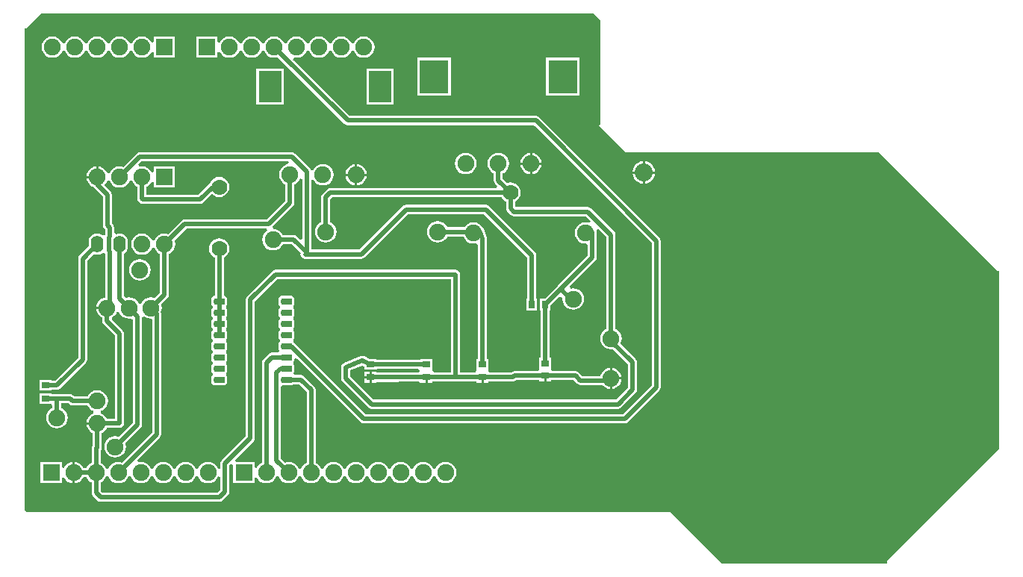
<source format=gbl>
G04 Layer_Physical_Order=2*
G04 Layer_Color=16711680*
%FSLAX25Y25*%
%MOIN*%
G70*
G01*
G75*
%ADD10C,0.02000*%
%ADD11C,0.07500*%
%ADD12C,0.07512*%
%ADD13C,0.08000*%
%ADD14C,0.07000*%
%ADD15R,0.13030X0.15000*%
%ADD16R,0.13080X0.15000*%
%ADD17R,0.10012X0.14000*%
%ADD18R,0.10068X0.14011*%
%ADD19O,0.05512X0.07512*%
%ADD20R,0.07512X0.07512*%
%ADD21R,0.07512X0.07512*%
%ADD22C,0.07000*%
G04:AMPARAMS|DCode=23|XSize=29.92mil|YSize=50mil|CornerRadius=7.48mil|HoleSize=0mil|Usage=FLASHONLY|Rotation=90.000|XOffset=0mil|YOffset=0mil|HoleType=Round|Shape=RoundedRectangle|*
%AMROUNDEDRECTD23*
21,1,0.02992,0.03504,0,0,90.0*
21,1,0.01496,0.05000,0,0,90.0*
1,1,0.01496,0.01752,0.00748*
1,1,0.01496,0.01752,-0.00748*
1,1,0.01496,-0.01752,-0.00748*
1,1,0.01496,-0.01752,0.00748*
%
%ADD23ROUNDEDRECTD23*%
%ADD24R,0.03543X0.03150*%
%ADD25R,0.03543X0.02756*%
%ADD26R,0.02756X0.03543*%
G36*
X478500Y393000D02*
Y392500D01*
Y346500D01*
X478000Y346000D01*
X489500Y334500D01*
Y334000D01*
X603000D01*
X656000Y281000D01*
X656500D01*
Y201500D01*
X656000Y201000D01*
X606500Y151500D01*
Y150500D01*
X533000D01*
X510000Y173500D01*
X222500D01*
X221500Y174500D01*
Y389500D01*
X222500D01*
X229000Y396000D01*
X475500D01*
X478500Y393000D01*
D02*
G37*
%LPC*%
G36*
X253500Y327731D02*
X252759Y327634D01*
X251602Y327154D01*
X250608Y326392D01*
X249846Y325398D01*
X249366Y324241D01*
X249269Y323500D01*
X253500D01*
Y327731D01*
D02*
G37*
G36*
X502977Y324500D02*
X498500D01*
Y320023D01*
X499305Y320129D01*
X500522Y320633D01*
X501566Y321434D01*
X502367Y322478D01*
X502871Y323695D01*
X502977Y324500D01*
D02*
G37*
G36*
X418500Y333797D02*
X417259Y333633D01*
X416102Y333154D01*
X415108Y332392D01*
X414346Y331399D01*
X413867Y330241D01*
X413703Y329000D01*
X413867Y327759D01*
X414346Y326602D01*
X415108Y325608D01*
X416102Y324846D01*
X417259Y324366D01*
X418500Y324203D01*
X419741Y324366D01*
X420898Y324846D01*
X421892Y325608D01*
X422654Y326602D01*
X423134Y327759D01*
X423297Y329000D01*
X423134Y330241D01*
X422654Y331399D01*
X421892Y332392D01*
X420898Y333154D01*
X419741Y333633D01*
X418500Y333797D01*
D02*
G37*
G36*
X452365Y328500D02*
X448134D01*
Y324269D01*
X448875Y324366D01*
X450032Y324846D01*
X451026Y325608D01*
X451788Y326602D01*
X452267Y327759D01*
X452365Y328500D01*
D02*
G37*
G36*
X447134D02*
X442903D01*
X443000Y327759D01*
X443479Y326602D01*
X444242Y325608D01*
X445235Y324846D01*
X446392Y324366D01*
X447134Y324269D01*
Y328500D01*
D02*
G37*
G36*
X308500Y295539D02*
X307325Y295384D01*
X306231Y294931D01*
X305291Y294209D01*
X304569Y293269D01*
X304116Y292175D01*
X303961Y291000D01*
X304116Y289825D01*
X304569Y288731D01*
X305291Y287791D01*
X306231Y287069D01*
X306461Y286974D01*
Y269973D01*
X306066Y269895D01*
X305488Y269508D01*
X305101Y268930D01*
X304966Y268248D01*
Y266752D01*
X305101Y266070D01*
X305488Y265492D01*
Y264508D01*
X305101Y263930D01*
X304966Y263248D01*
Y261752D01*
X305101Y261070D01*
X305488Y260492D01*
Y259508D01*
X305101Y258930D01*
X304966Y258248D01*
Y256752D01*
X305101Y256070D01*
X305488Y255492D01*
Y254508D01*
X305101Y253930D01*
X304966Y253248D01*
Y251752D01*
X305101Y251070D01*
X305488Y250492D01*
Y249508D01*
X305101Y248930D01*
X304966Y248248D01*
Y246752D01*
X305101Y246070D01*
X305488Y245492D01*
Y244508D01*
X305101Y243930D01*
X304966Y243248D01*
Y241752D01*
X305101Y241070D01*
X305488Y240492D01*
Y239508D01*
X305101Y238930D01*
X304966Y238248D01*
Y236752D01*
X305101Y236070D01*
X305488Y235492D01*
Y234508D01*
X305101Y233930D01*
X304966Y233248D01*
Y231752D01*
X305101Y231070D01*
X305488Y230492D01*
X306066Y230105D01*
X306748Y229970D01*
X310252D01*
X310934Y230105D01*
X311512Y230492D01*
X311899Y231070D01*
X312034Y231752D01*
Y233248D01*
X311899Y233930D01*
X311512Y234508D01*
Y235492D01*
X311899Y236070D01*
X312034Y236752D01*
Y238248D01*
X311899Y238930D01*
X311512Y239508D01*
Y240492D01*
X311899Y241070D01*
X312034Y241752D01*
Y243248D01*
X311899Y243930D01*
X311512Y244508D01*
Y245492D01*
X311899Y246070D01*
X312034Y246752D01*
Y248248D01*
X311899Y248930D01*
X311512Y249508D01*
Y250492D01*
X311899Y251070D01*
X312034Y251752D01*
Y253248D01*
X311899Y253930D01*
X311512Y254508D01*
Y255492D01*
X311899Y256070D01*
X312034Y256752D01*
Y258248D01*
X311899Y258930D01*
X311512Y259508D01*
Y260492D01*
X311899Y261070D01*
X312034Y261752D01*
Y263248D01*
X311899Y263930D01*
X311512Y264508D01*
Y265492D01*
X311899Y266070D01*
X312034Y266752D01*
Y268248D01*
X311899Y268930D01*
X311512Y269508D01*
X310934Y269895D01*
X310539Y269973D01*
Y286974D01*
X310769Y287069D01*
X311709Y287791D01*
X312431Y288731D01*
X312884Y289825D01*
X313039Y291000D01*
X312884Y292175D01*
X312431Y293269D01*
X311709Y294209D01*
X310769Y294931D01*
X309675Y295384D01*
X308500Y295539D01*
D02*
G37*
G36*
X238256Y195756D02*
X228744D01*
Y186244D01*
X238256D01*
Y188619D01*
X239256Y188818D01*
X239346Y188602D01*
X240108Y187608D01*
X241102Y186846D01*
X242259Y186366D01*
X243000Y186269D01*
Y191000D01*
Y195731D01*
X242259Y195633D01*
X241102Y195154D01*
X240108Y194392D01*
X239346Y193398D01*
X239256Y193182D01*
X238256Y193380D01*
Y195756D01*
D02*
G37*
G36*
X369028Y323500D02*
X364796D01*
X364894Y322759D01*
X365373Y321602D01*
X366136Y320608D01*
X367129Y319846D01*
X368286Y319367D01*
X369028Y319269D01*
Y323500D01*
D02*
G37*
G36*
X497500Y324500D02*
X493023D01*
X493129Y323695D01*
X493633Y322478D01*
X494434Y321434D01*
X495478Y320633D01*
X496695Y320129D01*
X497500Y320023D01*
Y324500D01*
D02*
G37*
G36*
X374259Y323500D02*
X370028D01*
Y319269D01*
X370769Y319367D01*
X371926Y319846D01*
X372920Y320608D01*
X373682Y321602D01*
X374161Y322759D01*
X374259Y323500D01*
D02*
G37*
G36*
X369028Y328731D02*
X368286Y328633D01*
X367129Y328154D01*
X366136Y327392D01*
X365373Y326398D01*
X364894Y325241D01*
X364796Y324500D01*
X369028D01*
Y328731D01*
D02*
G37*
G36*
X411842Y376280D02*
X396812D01*
Y359280D01*
X411842D01*
Y376280D01*
D02*
G37*
G36*
X386360Y371370D02*
X374348D01*
Y355370D01*
X386360D01*
Y371370D01*
D02*
G37*
G36*
X469347Y376280D02*
X454267D01*
Y359280D01*
X469347D01*
Y376280D01*
D02*
G37*
G36*
X274000Y385797D02*
X272759Y385633D01*
X271602Y385154D01*
X270608Y384392D01*
X269846Y383399D01*
X269541Y382663D01*
X268459D01*
X268154Y383399D01*
X267392Y384392D01*
X266399Y385154D01*
X265242Y385633D01*
X264000Y385797D01*
X262758Y385633D01*
X261601Y385154D01*
X260608Y384392D01*
X259846Y383399D01*
X259541Y382663D01*
X258459D01*
X258154Y383399D01*
X257392Y384392D01*
X256399Y385154D01*
X255241Y385633D01*
X254000Y385797D01*
X252759Y385633D01*
X251602Y385154D01*
X250608Y384392D01*
X249846Y383399D01*
X249541Y382663D01*
X248459D01*
X248154Y383399D01*
X247392Y384392D01*
X246398Y385154D01*
X245241Y385633D01*
X244000Y385797D01*
X242758Y385633D01*
X241601Y385154D01*
X240608Y384392D01*
X239846Y383399D01*
X239541Y382663D01*
X238459D01*
X238154Y383399D01*
X237392Y384392D01*
X236399Y385154D01*
X235242Y385633D01*
X234000Y385797D01*
X232758Y385633D01*
X231602Y385154D01*
X230608Y384392D01*
X229846Y383399D01*
X229366Y382242D01*
X229203Y381000D01*
X229366Y379759D01*
X229846Y378602D01*
X230608Y377608D01*
X231602Y376846D01*
X232758Y376366D01*
X234000Y376203D01*
X235242Y376366D01*
X236399Y376846D01*
X237392Y377608D01*
X238154Y378602D01*
X238459Y379337D01*
X239541D01*
X239846Y378602D01*
X240608Y377608D01*
X241601Y376846D01*
X242758Y376366D01*
X244000Y376203D01*
X245241Y376366D01*
X246398Y376846D01*
X247392Y377608D01*
X248154Y378602D01*
X248459Y379337D01*
X249541D01*
X249846Y378602D01*
X250608Y377608D01*
X251602Y376846D01*
X252759Y376366D01*
X254000Y376203D01*
X255241Y376366D01*
X256399Y376846D01*
X257392Y377608D01*
X258154Y378602D01*
X258459Y379337D01*
X259541D01*
X259846Y378602D01*
X260608Y377608D01*
X261601Y376846D01*
X262758Y376366D01*
X264000Y376203D01*
X265242Y376366D01*
X266399Y376846D01*
X267392Y377608D01*
X268154Y378602D01*
X268459Y379337D01*
X269541D01*
X269846Y378602D01*
X270608Y377608D01*
X271602Y376846D01*
X272759Y376366D01*
X274000Y376203D01*
X275241Y376366D01*
X276398Y376846D01*
X277392Y377608D01*
X278154Y378602D01*
X278244Y378818D01*
X279244Y378620D01*
Y376244D01*
X288756D01*
Y385756D01*
X279244D01*
Y383381D01*
X278244Y383182D01*
X278154Y383399D01*
X277392Y384392D01*
X276398Y385154D01*
X275241Y385633D01*
X274000Y385797D01*
D02*
G37*
G36*
X373000D02*
X371759Y385633D01*
X370602Y385154D01*
X369608Y384392D01*
X368846Y383399D01*
X368541Y382663D01*
X367459D01*
X367154Y383399D01*
X366392Y384392D01*
X365399Y385154D01*
X364242Y385633D01*
X363000Y385797D01*
X361758Y385633D01*
X360601Y385154D01*
X359608Y384392D01*
X358846Y383399D01*
X358541Y382663D01*
X357459D01*
X357154Y383399D01*
X356392Y384392D01*
X355399Y385154D01*
X354241Y385633D01*
X353000Y385797D01*
X351759Y385633D01*
X350602Y385154D01*
X349608Y384392D01*
X348846Y383399D01*
X348541Y382663D01*
X347459D01*
X347154Y383399D01*
X346392Y384392D01*
X345398Y385154D01*
X344241Y385633D01*
X343000Y385797D01*
X341758Y385633D01*
X340601Y385154D01*
X339608Y384392D01*
X338846Y383399D01*
X338541Y382663D01*
X337459D01*
X337154Y383399D01*
X336392Y384392D01*
X335399Y385154D01*
X334242Y385633D01*
X333000Y385797D01*
X331758Y385633D01*
X330602Y385154D01*
X329608Y384392D01*
X328846Y383399D01*
X328541Y382663D01*
X327459D01*
X327154Y383399D01*
X326392Y384392D01*
X325398Y385154D01*
X324241Y385633D01*
X323000Y385797D01*
X321759Y385633D01*
X320602Y385154D01*
X319608Y384392D01*
X318846Y383399D01*
X318541Y382663D01*
X317459D01*
X317154Y383399D01*
X316392Y384392D01*
X315399Y385154D01*
X314242Y385633D01*
X313000Y385797D01*
X311758Y385633D01*
X310601Y385154D01*
X309608Y384392D01*
X308846Y383399D01*
X308756Y383182D01*
X307756Y383381D01*
Y385756D01*
X298244D01*
Y376244D01*
X307756D01*
Y378620D01*
X308756Y378818D01*
X308846Y378602D01*
X309608Y377608D01*
X310601Y376846D01*
X311758Y376366D01*
X313000Y376203D01*
X314242Y376366D01*
X315399Y376846D01*
X316392Y377608D01*
X317154Y378602D01*
X317459Y379337D01*
X318541D01*
X318846Y378602D01*
X319608Y377608D01*
X320602Y376846D01*
X321759Y376366D01*
X323000Y376203D01*
X324241Y376366D01*
X325398Y376846D01*
X326392Y377608D01*
X327154Y378602D01*
X327459Y379337D01*
X328541D01*
X328846Y378602D01*
X329608Y377608D01*
X330602Y376846D01*
X331758Y376366D01*
X333000Y376203D01*
X334242Y376366D01*
X334601Y376515D01*
X364358Y346758D01*
X364358Y346758D01*
X365020Y346316D01*
X365800Y346161D01*
X448955D01*
X501461Y293655D01*
Y229845D01*
X488655Y217039D01*
X373845D01*
X341942Y248942D01*
X341849Y249004D01*
X341614Y249357D01*
X341512Y249932D01*
Y250492D01*
X341899Y251070D01*
X342034Y251752D01*
Y253248D01*
X341899Y253930D01*
X341512Y254508D01*
Y255492D01*
X341899Y256070D01*
X342034Y256752D01*
Y258248D01*
X341899Y258930D01*
X341512Y259508D01*
Y260492D01*
X341899Y261070D01*
X342034Y261752D01*
Y263248D01*
X341899Y263930D01*
X341512Y264508D01*
Y265492D01*
X341899Y266070D01*
X342034Y266752D01*
Y268248D01*
X341899Y268930D01*
X341512Y269508D01*
X340934Y269895D01*
X340252Y270030D01*
X336748D01*
X336066Y269895D01*
X335488Y269508D01*
X335101Y268930D01*
X334966Y268248D01*
Y266752D01*
X335101Y266070D01*
X335488Y265492D01*
Y264508D01*
X335101Y263930D01*
X334966Y263248D01*
Y261752D01*
X335101Y261070D01*
X335488Y260492D01*
Y259508D01*
X335101Y258930D01*
X334966Y258248D01*
Y256752D01*
X335101Y256070D01*
X335488Y255492D01*
Y254508D01*
X335101Y253930D01*
X334966Y253248D01*
Y251752D01*
X335101Y251070D01*
X335488Y250492D01*
Y249508D01*
X335101Y248930D01*
X334966Y248248D01*
Y246752D01*
X335101Y246070D01*
X335386Y245643D01*
X335428Y245409D01*
X335066Y244539D01*
X332000D01*
X331220Y244384D01*
X330558Y243942D01*
X328058Y241442D01*
X327616Y240780D01*
X327461Y240000D01*
Y195303D01*
X327101Y195154D01*
X326108Y194392D01*
X325346Y193398D01*
X325256Y193182D01*
X324256Y193380D01*
Y195756D01*
X316054D01*
X315640Y196756D01*
X323842Y204958D01*
X323842Y204958D01*
X324284Y205620D01*
X324439Y206400D01*
Y267355D01*
X334545Y277461D01*
X411961D01*
Y235767D01*
X404365Y235729D01*
X403821Y236269D01*
X403772Y236726D01*
X403772Y237319D01*
Y241831D01*
X398228D01*
Y241295D01*
X388809D01*
X378772Y241450D01*
Y241831D01*
X375645D01*
X373209Y242890D01*
X372432Y243059D01*
X371649Y242917D01*
X364253Y240003D01*
X364237Y239994D01*
X364220Y239990D01*
X363903Y239779D01*
X363583Y239573D01*
X363573Y239558D01*
X363558Y239548D01*
X363347Y239232D01*
X363130Y238919D01*
X363126Y238901D01*
X363116Y238886D01*
X363042Y238513D01*
X362961Y238142D01*
X362964Y238124D01*
X362961Y238106D01*
Y233000D01*
X363116Y232220D01*
X363558Y231558D01*
X375058Y220058D01*
X375720Y219616D01*
X376500Y219461D01*
X376500Y219461D01*
X486500D01*
X487280Y219616D01*
X487942Y220058D01*
X494442Y226558D01*
X494884Y227220D01*
X495039Y228000D01*
Y240197D01*
X494884Y240977D01*
X494442Y241639D01*
X487546Y248535D01*
X487988Y249601D01*
X488151Y250843D01*
X487988Y252084D01*
X487509Y253241D01*
X486746Y254235D01*
X485753Y254997D01*
X485394Y255146D01*
Y297146D01*
X485238Y297926D01*
X484796Y298587D01*
X474442Y308942D01*
X473780Y309384D01*
X473000Y309539D01*
X440845D01*
X440539Y309845D01*
Y311974D01*
X440769Y312069D01*
X441709Y312791D01*
X442431Y313731D01*
X442884Y314825D01*
X443039Y316000D01*
X442884Y317175D01*
X442431Y318269D01*
X441709Y319209D01*
X440769Y319931D01*
X439675Y320384D01*
X438500Y320539D01*
X437325Y320384D01*
X437095Y320289D01*
X435106Y322278D01*
Y324697D01*
X435465Y324846D01*
X436459Y325608D01*
X437221Y326602D01*
X437701Y327759D01*
X437864Y329000D01*
X437701Y330241D01*
X437221Y331399D01*
X436459Y332392D01*
X435465Y333154D01*
X434308Y333633D01*
X433067Y333797D01*
X431825Y333633D01*
X430668Y333154D01*
X429675Y332392D01*
X428913Y331399D01*
X428434Y330241D01*
X428270Y329000D01*
X428434Y327759D01*
X428913Y326602D01*
X429675Y325608D01*
X430668Y324846D01*
X431028Y324697D01*
Y321433D01*
X431183Y320653D01*
X431625Y319991D01*
X432653Y318963D01*
X432270Y318039D01*
X358000D01*
X357220Y317884D01*
X356558Y317442D01*
X354558Y315442D01*
X354116Y314780D01*
X353961Y314000D01*
Y302803D01*
X353602Y302654D01*
X352608Y301892D01*
X351846Y300899D01*
X351366Y299742D01*
X351203Y298500D01*
X351366Y297258D01*
X351846Y296101D01*
X352608Y295108D01*
X353602Y294346D01*
X354759Y293866D01*
X356000Y293703D01*
X357242Y293866D01*
X358399Y294346D01*
X359392Y295108D01*
X360154Y296101D01*
X360633Y297258D01*
X360797Y298500D01*
X360633Y299742D01*
X360154Y300899D01*
X359392Y301892D01*
X358399Y302654D01*
X358039Y302803D01*
Y313155D01*
X358845Y313961D01*
X434474D01*
X434569Y313731D01*
X435291Y312791D01*
X436231Y312069D01*
X436461Y311974D01*
Y309000D01*
X436616Y308220D01*
X437058Y307558D01*
X438558Y306058D01*
X439220Y305616D01*
X440000Y305461D01*
X472155D01*
X474366Y303250D01*
X473800Y302402D01*
X473242Y302634D01*
X472000Y302797D01*
X470758Y302634D01*
X469601Y302154D01*
X468608Y301392D01*
X467846Y300398D01*
X467367Y299241D01*
X467203Y298000D01*
X467367Y296759D01*
X467846Y295602D01*
X468608Y294608D01*
X469601Y293846D01*
X470758Y293367D01*
X472000Y293203D01*
X472209Y293231D01*
X472961Y292571D01*
Y287892D01*
X459511Y274442D01*
X459511Y274442D01*
X453841Y268772D01*
X451575D01*
Y263228D01*
X451914D01*
Y252847D01*
X451961Y252610D01*
Y242331D01*
X451228D01*
Y237819D01*
X451228Y237181D01*
X450982Y236283D01*
X440200D01*
X440200Y236283D01*
X439420Y236128D01*
X438904Y235783D01*
X429018D01*
X428772Y236681D01*
X428772Y237319D01*
Y241831D01*
X428039D01*
Y295500D01*
X427975Y295821D01*
X427935Y296145D01*
X426934Y299145D01*
X426898Y299208D01*
X426884Y299280D01*
X426702Y299552D01*
X426541Y299836D01*
X426483Y299881D01*
X426442Y299942D01*
X426306Y300033D01*
X426154Y300398D01*
X425392Y301392D01*
X424399Y302154D01*
X423242Y302634D01*
X422000Y302797D01*
X420758Y302634D01*
X419601Y302154D01*
X418608Y301392D01*
X417954Y300539D01*
X410303D01*
X410154Y300899D01*
X409392Y301892D01*
X408398Y302654D01*
X407241Y303134D01*
X406000Y303297D01*
X404759Y303134D01*
X403602Y302654D01*
X402608Y301892D01*
X401846Y300899D01*
X401367Y299742D01*
X401203Y298500D01*
X401367Y297258D01*
X401846Y296101D01*
X402608Y295108D01*
X403602Y294346D01*
X404759Y293866D01*
X406000Y293703D01*
X407241Y293866D01*
X408398Y294346D01*
X409392Y295108D01*
X410154Y296101D01*
X410303Y296461D01*
X417490D01*
X417846Y295602D01*
X418608Y294608D01*
X419601Y293846D01*
X420758Y293367D01*
X422000Y293203D01*
X422961Y293330D01*
X423961Y292715D01*
Y241831D01*
X423228D01*
Y237319D01*
X423228Y236681D01*
X422982Y235783D01*
X416039D01*
Y279500D01*
X415884Y280280D01*
X415442Y280942D01*
X414780Y281384D01*
X414000Y281539D01*
X333700D01*
X332920Y281384D01*
X332258Y280942D01*
X320958Y269642D01*
X320516Y268980D01*
X320361Y268200D01*
Y207245D01*
X309558Y196442D01*
X309116Y195780D01*
X308961Y195000D01*
Y192857D01*
X307961Y192658D01*
X307654Y193398D01*
X306892Y194392D01*
X305898Y195154D01*
X304742Y195633D01*
X303500Y195797D01*
X302258Y195633D01*
X301101Y195154D01*
X300108Y194392D01*
X299346Y193398D01*
X299041Y192663D01*
X297959D01*
X297654Y193398D01*
X296892Y194392D01*
X295899Y195154D01*
X294742Y195633D01*
X293500Y195797D01*
X292259Y195633D01*
X291102Y195154D01*
X290108Y194392D01*
X289346Y193398D01*
X289041Y192663D01*
X287959D01*
X287654Y193398D01*
X286892Y194392D01*
X285898Y195154D01*
X284741Y195633D01*
X283500Y195797D01*
X282259Y195633D01*
X281101Y195154D01*
X280108Y194392D01*
X279346Y193398D01*
X279041Y192663D01*
X277959D01*
X277654Y193398D01*
X276892Y194392D01*
X275899Y195154D01*
X274742Y195633D01*
X273500Y195797D01*
X272458Y195660D01*
X272079Y196157D01*
X271941Y196557D01*
X281942Y206558D01*
X282384Y207220D01*
X282539Y208000D01*
Y262000D01*
X282401Y262696D01*
X282633Y263259D01*
X282797Y264500D01*
X282633Y265741D01*
X282485Y266101D01*
X285442Y269058D01*
X285884Y269720D01*
X286039Y270500D01*
Y288697D01*
X286399Y288846D01*
X287392Y289608D01*
X288154Y290601D01*
X288633Y291758D01*
X288797Y293000D01*
X288633Y294241D01*
X288485Y294601D01*
X293845Y299961D01*
X329564D01*
X329859Y298961D01*
X329112Y298388D01*
X328351Y297395D01*
X327872Y296240D01*
X327709Y295000D01*
X327872Y293760D01*
X328351Y292604D01*
X329112Y291612D01*
X330104Y290851D01*
X331260Y290372D01*
X332500Y290209D01*
X333740Y290372D01*
X334895Y290851D01*
X335888Y291612D01*
X336649Y292604D01*
X336797Y292961D01*
X340855D01*
X344853Y288963D01*
X344761Y288500D01*
X344916Y287720D01*
X345358Y287058D01*
X346020Y286616D01*
X346800Y286461D01*
X371800D01*
X372580Y286616D01*
X373242Y287058D01*
X392645Y306461D01*
X426655D01*
X446008Y287108D01*
Y268772D01*
X445669D01*
Y263228D01*
X450425D01*
Y268772D01*
X450086D01*
Y287953D01*
X449931Y288733D01*
X449489Y289395D01*
X428942Y309942D01*
X428280Y310384D01*
X427500Y310539D01*
X391800D01*
X391020Y310384D01*
X390358Y309942D01*
X370955Y290539D01*
X349539D01*
Y321572D01*
X350539Y321771D01*
X350609Y321602D01*
X351372Y320608D01*
X352365Y319846D01*
X353522Y319367D01*
X354764Y319203D01*
X356005Y319367D01*
X357162Y319846D01*
X358156Y320608D01*
X358918Y321602D01*
X359397Y322759D01*
X359561Y324000D01*
X359397Y325241D01*
X358918Y326398D01*
X358156Y327392D01*
X357162Y328154D01*
X356005Y328633D01*
X354764Y328797D01*
X353522Y328633D01*
X352365Y328154D01*
X351372Y327392D01*
X350609Y326398D01*
X350454Y326024D01*
X349414Y326127D01*
X349384Y326280D01*
X348942Y326942D01*
X342442Y333442D01*
X341780Y333884D01*
X341000Y334039D01*
X273000D01*
X272220Y333884D01*
X271558Y333442D01*
X265601Y327485D01*
X265242Y327634D01*
X264000Y327797D01*
X262758Y327634D01*
X261601Y327154D01*
X260608Y326392D01*
X259846Y325398D01*
X259541Y324663D01*
X258459D01*
X258154Y325398D01*
X257392Y326392D01*
X256399Y327154D01*
X255241Y327634D01*
X254500Y327731D01*
Y323000D01*
X254000D01*
Y322500D01*
X249269D01*
X249366Y321759D01*
X249846Y320602D01*
X250608Y319608D01*
X251602Y318846D01*
X252289Y318561D01*
X252558Y318158D01*
X256461Y314255D01*
Y301500D01*
X256616Y300720D01*
X257058Y300058D01*
X257461Y299655D01*
Y297294D01*
X257172Y297067D01*
X256632Y296870D01*
X256373Y296913D01*
X255894Y297281D01*
X254980Y297659D01*
X254000Y297788D01*
X253019Y297659D01*
X252106Y297281D01*
X251321Y296679D01*
X250719Y295894D01*
X250341Y294981D01*
X250212Y294000D01*
Y292095D01*
X246058Y287942D01*
X245616Y287280D01*
X245461Y286500D01*
Y242298D01*
X235155Y231992D01*
X233772D01*
Y232331D01*
X228228D01*
Y227575D01*
X233772D01*
Y227914D01*
X236000D01*
X236780Y228069D01*
X237442Y228511D01*
X248942Y240011D01*
X249384Y240672D01*
X249539Y241453D01*
X249539Y241453D01*
Y285655D01*
X252457Y288574D01*
X253019Y288341D01*
X254000Y288212D01*
X254980Y288341D01*
X255894Y288719D01*
X256373Y289087D01*
X256632Y289129D01*
X257172Y288933D01*
X257461Y288706D01*
Y269184D01*
X257073Y269133D01*
X255917Y268654D01*
X254923Y267892D01*
X254161Y266898D01*
X253681Y265741D01*
X253584Y265000D01*
X258315D01*
Y264000D01*
X253584D01*
X253681Y263259D01*
X254161Y262102D01*
X254923Y261108D01*
X255917Y260346D01*
X256276Y260197D01*
Y258685D01*
X256431Y257905D01*
X256873Y257243D01*
X261961Y252155D01*
Y215039D01*
X258303D01*
X258154Y215399D01*
X257392Y216392D01*
X256399Y217154D01*
X255663Y217459D01*
Y218541D01*
X256399Y218846D01*
X257392Y219608D01*
X258154Y220602D01*
X258633Y221759D01*
X258797Y223000D01*
X258633Y224241D01*
X258154Y225398D01*
X257392Y226392D01*
X256399Y227154D01*
X255241Y227634D01*
X254000Y227797D01*
X252759Y227634D01*
X251602Y227154D01*
X250608Y226392D01*
X249846Y225398D01*
X249697Y225039D01*
X243792D01*
X243342Y225489D01*
X242680Y225931D01*
X241900Y226086D01*
X236500D01*
X236500Y226086D01*
X236500Y226086D01*
X233772D01*
Y226425D01*
X228228D01*
Y221669D01*
X233772D01*
X233961Y220748D01*
Y219797D01*
X233605Y219649D01*
X232612Y218888D01*
X231851Y217896D01*
X231372Y216740D01*
X231209Y215500D01*
X231372Y214260D01*
X231851Y213105D01*
X232612Y212112D01*
X233605Y211351D01*
X234760Y210872D01*
X236000Y210709D01*
X237240Y210872D01*
X238396Y211351D01*
X239388Y212112D01*
X240149Y213105D01*
X240628Y214260D01*
X240791Y215500D01*
X240628Y216740D01*
X240149Y217896D01*
X239388Y218888D01*
X238396Y219649D01*
X238039Y219797D01*
Y222008D01*
X241055D01*
X241505Y221558D01*
X241505Y221558D01*
X242167Y221116D01*
X242947Y220961D01*
X249697D01*
X249846Y220602D01*
X250608Y219608D01*
X251602Y218846D01*
X252337Y218541D01*
Y217459D01*
X251602Y217154D01*
X250608Y216392D01*
X249846Y215399D01*
X249366Y214242D01*
X249269Y213500D01*
X254000D01*
Y212500D01*
X249269D01*
X249366Y211758D01*
X249846Y210601D01*
X250608Y209608D01*
X251602Y208846D01*
X251961Y208697D01*
Y202996D01*
X251616Y202480D01*
X251461Y201700D01*
Y195303D01*
X251101Y195154D01*
X250108Y194392D01*
X249346Y193398D01*
X249197Y193039D01*
X247803D01*
X247654Y193398D01*
X246892Y194392D01*
X245899Y195154D01*
X244742Y195633D01*
X244000Y195731D01*
Y191000D01*
Y186269D01*
X244742Y186366D01*
X245899Y186846D01*
X246892Y187608D01*
X247654Y188602D01*
X247803Y188961D01*
X249197D01*
X249346Y188602D01*
X250108Y187608D01*
X251101Y186846D01*
X251461Y186697D01*
Y182000D01*
X251616Y181220D01*
X252058Y180558D01*
X254058Y178558D01*
X254720Y178116D01*
X255500Y177961D01*
X308500D01*
X309280Y178116D01*
X309942Y178558D01*
X312442Y181058D01*
X312884Y181720D01*
X313039Y182500D01*
Y194155D01*
X313744Y194860D01*
X314744Y194446D01*
Y186244D01*
X324256D01*
Y188619D01*
X325256Y188818D01*
X325346Y188602D01*
X326108Y187608D01*
X327101Y186846D01*
X328258Y186366D01*
X329500Y186203D01*
X330742Y186366D01*
X331898Y186846D01*
X332892Y187608D01*
X333654Y188602D01*
X333959Y189337D01*
X335041D01*
X335346Y188602D01*
X336108Y187608D01*
X337102Y186846D01*
X338259Y186366D01*
X339500Y186203D01*
X340741Y186366D01*
X341898Y186846D01*
X342892Y187608D01*
X343654Y188602D01*
X343959Y189337D01*
X345041D01*
X345346Y188602D01*
X346108Y187608D01*
X347101Y186846D01*
X348258Y186366D01*
X349500Y186203D01*
X350742Y186366D01*
X351899Y186846D01*
X352892Y187608D01*
X353654Y188602D01*
X353959Y189337D01*
X355041D01*
X355346Y188602D01*
X356108Y187608D01*
X357101Y186846D01*
X358259Y186366D01*
X359500Y186203D01*
X360741Y186366D01*
X361898Y186846D01*
X362892Y187608D01*
X363654Y188602D01*
X363959Y189337D01*
X365041D01*
X365346Y188602D01*
X366108Y187608D01*
X367102Y186846D01*
X368259Y186366D01*
X369500Y186203D01*
X370742Y186366D01*
X371899Y186846D01*
X372892Y187608D01*
X373654Y188602D01*
X373959Y189337D01*
X375041D01*
X375346Y188602D01*
X376108Y187608D01*
X377101Y186846D01*
X378258Y186366D01*
X379500Y186203D01*
X380742Y186366D01*
X381898Y186846D01*
X382892Y187608D01*
X383654Y188602D01*
X383959Y189337D01*
X385041D01*
X385346Y188602D01*
X386108Y187608D01*
X387102Y186846D01*
X388259Y186366D01*
X389500Y186203D01*
X390741Y186366D01*
X391898Y186846D01*
X392892Y187608D01*
X393654Y188602D01*
X393959Y189337D01*
X395041D01*
X395346Y188602D01*
X396108Y187608D01*
X397101Y186846D01*
X398258Y186366D01*
X399500Y186203D01*
X400741Y186366D01*
X401898Y186846D01*
X402892Y187608D01*
X403654Y188602D01*
X403959Y189337D01*
X405041D01*
X405346Y188602D01*
X406108Y187608D01*
X407101Y186846D01*
X408258Y186366D01*
X409500Y186203D01*
X410742Y186366D01*
X411899Y186846D01*
X412892Y187608D01*
X413654Y188602D01*
X414134Y189759D01*
X414297Y191000D01*
X414134Y192242D01*
X413654Y193398D01*
X412892Y194392D01*
X411899Y195154D01*
X410742Y195633D01*
X409500Y195797D01*
X408258Y195633D01*
X407101Y195154D01*
X406108Y194392D01*
X405346Y193398D01*
X405041Y192663D01*
X403959D01*
X403654Y193398D01*
X402892Y194392D01*
X401898Y195154D01*
X400741Y195633D01*
X399500Y195797D01*
X398258Y195633D01*
X397101Y195154D01*
X396108Y194392D01*
X395346Y193398D01*
X395041Y192663D01*
X393959D01*
X393654Y193398D01*
X392892Y194392D01*
X391898Y195154D01*
X390741Y195633D01*
X389500Y195797D01*
X388259Y195633D01*
X387102Y195154D01*
X386108Y194392D01*
X385346Y193398D01*
X385041Y192663D01*
X383959D01*
X383654Y193398D01*
X382892Y194392D01*
X381898Y195154D01*
X380742Y195633D01*
X379500Y195797D01*
X378258Y195633D01*
X377101Y195154D01*
X376108Y194392D01*
X375346Y193398D01*
X375041Y192663D01*
X373959D01*
X373654Y193398D01*
X372892Y194392D01*
X371899Y195154D01*
X370742Y195633D01*
X369500Y195797D01*
X368259Y195633D01*
X367102Y195154D01*
X366108Y194392D01*
X365346Y193398D01*
X365041Y192663D01*
X363959D01*
X363654Y193398D01*
X362892Y194392D01*
X361898Y195154D01*
X360741Y195633D01*
X359500Y195797D01*
X358259Y195633D01*
X357101Y195154D01*
X356108Y194392D01*
X355346Y193398D01*
X355041Y192663D01*
X353959D01*
X353654Y193398D01*
X352892Y194392D01*
X351899Y195154D01*
X351539Y195303D01*
Y228000D01*
X351384Y228780D01*
X350942Y229442D01*
X346442Y233942D01*
X345780Y234384D01*
X345000Y234539D01*
X341887D01*
X341599Y235270D01*
X341544Y235539D01*
X341899Y236070D01*
X342034Y236752D01*
Y238248D01*
X341899Y238930D01*
X341512Y239508D01*
Y240492D01*
X341899Y241070D01*
X342020Y241682D01*
X342401Y241927D01*
X342958Y242158D01*
X371558Y213558D01*
X372220Y213116D01*
X373000Y212961D01*
X489500D01*
X490280Y213116D01*
X490942Y213558D01*
X504942Y227558D01*
X505384Y228220D01*
X505539Y229000D01*
Y294500D01*
X505384Y295280D01*
X504942Y295942D01*
X451242Y349642D01*
X450580Y350084D01*
X449800Y350239D01*
X366645D01*
X341441Y375443D01*
X341579Y375843D01*
X341958Y376340D01*
X343000Y376203D01*
X344241Y376366D01*
X345398Y376846D01*
X346392Y377608D01*
X347154Y378602D01*
X347459Y379337D01*
X348541D01*
X348846Y378602D01*
X349608Y377608D01*
X350602Y376846D01*
X351759Y376366D01*
X353000Y376203D01*
X354241Y376366D01*
X355399Y376846D01*
X356392Y377608D01*
X357154Y378602D01*
X357459Y379337D01*
X358541D01*
X358846Y378602D01*
X359608Y377608D01*
X360601Y376846D01*
X361758Y376366D01*
X363000Y376203D01*
X364242Y376366D01*
X365399Y376846D01*
X366392Y377608D01*
X367154Y378602D01*
X367459Y379337D01*
X368541D01*
X368846Y378602D01*
X369608Y377608D01*
X370602Y376846D01*
X371759Y376366D01*
X373000Y376203D01*
X374241Y376366D01*
X375398Y376846D01*
X376392Y377608D01*
X377154Y378602D01*
X377634Y379759D01*
X377797Y381000D01*
X377634Y382242D01*
X377154Y383399D01*
X376392Y384392D01*
X375398Y385154D01*
X374241Y385633D01*
X373000Y385797D01*
D02*
G37*
G36*
X337176Y371375D02*
X325108D01*
Y355364D01*
X337176D01*
Y371375D01*
D02*
G37*
G36*
X498500Y329977D02*
Y325500D01*
X502977D01*
X502871Y326305D01*
X502367Y327522D01*
X501566Y328566D01*
X500522Y329367D01*
X499305Y329871D01*
X498500Y329977D01*
D02*
G37*
G36*
X497500D02*
X496695Y329871D01*
X495478Y329367D01*
X494434Y328566D01*
X493633Y327522D01*
X493129Y326305D01*
X493023Y325500D01*
X497500D01*
Y329977D01*
D02*
G37*
G36*
X370028Y328731D02*
Y324500D01*
X374259D01*
X374161Y325241D01*
X373682Y326398D01*
X372920Y327392D01*
X371926Y328154D01*
X370769Y328633D01*
X370028Y328731D01*
D02*
G37*
G36*
X448134Y333731D02*
Y329500D01*
X452365D01*
X452267Y330241D01*
X451788Y331399D01*
X451026Y332392D01*
X450032Y333154D01*
X448875Y333633D01*
X448134Y333731D01*
D02*
G37*
G36*
X447134D02*
X446392Y333633D01*
X445235Y333154D01*
X444242Y332392D01*
X443479Y331399D01*
X443000Y330241D01*
X442903Y329500D01*
X447134D01*
Y333731D01*
D02*
G37*
%LPD*%
G36*
X264003Y262102D02*
X264766Y261108D01*
X265759Y260346D01*
X266916Y259866D01*
X268157Y259703D01*
X268961Y259809D01*
X269831Y259213D01*
X269961Y259017D01*
Y213345D01*
X263596Y206980D01*
X263240Y207128D01*
X262000Y207291D01*
X260760Y207128D01*
X259605Y206649D01*
X258612Y205888D01*
X257851Y204895D01*
X257372Y203740D01*
X257209Y202500D01*
X257372Y201260D01*
X257851Y200104D01*
X258612Y199112D01*
X259605Y198351D01*
X260760Y197872D01*
X262000Y197709D01*
X263240Y197872D01*
X264395Y198351D01*
X265388Y199112D01*
X266149Y200104D01*
X266628Y201260D01*
X266791Y202500D01*
X266628Y203740D01*
X266480Y204096D01*
X273442Y211058D01*
X273442Y211058D01*
X273884Y211720D01*
X274039Y212500D01*
X274039Y212500D01*
Y260284D01*
X274878Y260781D01*
X275009Y260800D01*
X275602Y260346D01*
X276759Y259866D01*
X278000Y259703D01*
X278461Y259299D01*
Y208845D01*
X265101Y195485D01*
X264741Y195633D01*
X263500Y195797D01*
X262259Y195633D01*
X261102Y195154D01*
X260108Y194392D01*
X259346Y193398D01*
X259041Y192663D01*
X257959D01*
X257654Y193398D01*
X256892Y194392D01*
X255898Y195154D01*
X255539Y195303D01*
Y200904D01*
X255884Y201420D01*
X256039Y202200D01*
X256039Y202200D01*
Y208697D01*
X256399Y208846D01*
X257392Y209608D01*
X258154Y210601D01*
X258303Y210961D01*
X264000D01*
X264780Y211116D01*
X265442Y211558D01*
X265884Y212220D01*
X266039Y213000D01*
Y253000D01*
X265884Y253780D01*
X265442Y254442D01*
X260611Y259273D01*
X260703Y260237D01*
X260743Y260368D01*
X261707Y261108D01*
X262469Y262102D01*
X262695Y262647D01*
X263777D01*
X264003Y262102D01*
D02*
G37*
G36*
X347461Y227155D02*
Y195303D01*
X347101Y195154D01*
X346108Y194392D01*
X345346Y193398D01*
X345041Y192663D01*
X343959D01*
X343654Y193398D01*
X342892Y194392D01*
X341898Y195154D01*
X340741Y195633D01*
X339500Y195797D01*
X338259Y195633D01*
X337899Y195485D01*
X336039Y197345D01*
Y229091D01*
X336748Y229970D01*
X340252D01*
X340934Y230105D01*
X341466Y230461D01*
X344155D01*
X347461Y227155D01*
D02*
G37*
G36*
X345461Y322143D02*
Y295430D01*
X344537Y295047D01*
X343142Y296442D01*
X342480Y296884D01*
X341700Y297039D01*
X336797D01*
X336649Y297395D01*
X335888Y298388D01*
X334895Y299149D01*
X333740Y299628D01*
X332537Y299786D01*
X332468Y299876D01*
X332136Y300752D01*
X341442Y310058D01*
X341884Y310720D01*
X342039Y311500D01*
Y319697D01*
X342399Y319846D01*
X343392Y320608D01*
X344154Y321602D01*
X344461Y322342D01*
X345461Y322143D01*
D02*
G37*
G36*
X339535Y329744D02*
X339097Y328678D01*
X338758Y328633D01*
X337601Y328154D01*
X336608Y327392D01*
X335846Y326398D01*
X335367Y325241D01*
X335203Y324000D01*
X335367Y322759D01*
X335846Y321602D01*
X336608Y320608D01*
X337601Y319846D01*
X337961Y319697D01*
Y312345D01*
X329655Y304039D01*
X293000D01*
X292220Y303884D01*
X291558Y303442D01*
X285601Y297485D01*
X285242Y297634D01*
X284000Y297797D01*
X282758Y297634D01*
X281602Y297154D01*
X280608Y296392D01*
X279846Y295398D01*
X279541Y294663D01*
X278459D01*
X278154Y295398D01*
X277392Y296392D01*
X276398Y297154D01*
X275241Y297634D01*
X274000Y297797D01*
X272759Y297634D01*
X271602Y297154D01*
X270608Y296392D01*
X269846Y295398D01*
X269367Y294241D01*
X269203Y293000D01*
X269367Y291758D01*
X269846Y290601D01*
X270608Y289608D01*
X271602Y288846D01*
X272759Y288367D01*
X274000Y288203D01*
X275241Y288367D01*
X276398Y288846D01*
X277392Y289608D01*
X278154Y290601D01*
X278459Y291337D01*
X279541D01*
X279846Y290601D01*
X280608Y289608D01*
X281602Y288846D01*
X281961Y288697D01*
Y271345D01*
X279601Y268985D01*
X279241Y269133D01*
X278000Y269297D01*
X276759Y269133D01*
X275602Y268654D01*
X274608Y267892D01*
X273846Y266898D01*
X273620Y266353D01*
X272537D01*
X272312Y266898D01*
X271549Y267892D01*
X270556Y268654D01*
X269399Y269133D01*
X268157Y269297D01*
X266916Y269133D01*
X266880Y269119D01*
X266039Y269774D01*
Y288830D01*
X266679Y289321D01*
X267281Y290106D01*
X267659Y291020D01*
X267788Y292000D01*
Y294000D01*
X267659Y294981D01*
X267281Y295894D01*
X266679Y296679D01*
X265894Y297281D01*
X264981Y297659D01*
X264000Y297788D01*
X263019Y297659D01*
X262539Y297460D01*
X261539Y298021D01*
Y300500D01*
X261384Y301280D01*
X260942Y301942D01*
X260539Y302345D01*
Y315100D01*
X260384Y315880D01*
X259942Y316542D01*
X257360Y319124D01*
X257392Y319608D01*
X258154Y320602D01*
X258459Y321337D01*
X259541D01*
X259846Y320602D01*
X260608Y319608D01*
X261601Y318846D01*
X262758Y318367D01*
X264000Y318203D01*
X265242Y318367D01*
X266399Y318846D01*
X267392Y319608D01*
X268154Y320602D01*
X268459Y321337D01*
X269541D01*
X269846Y320602D01*
X270608Y319608D01*
X271602Y318846D01*
X271961Y318697D01*
Y313500D01*
X272116Y312720D01*
X272558Y312058D01*
X273058Y311558D01*
X273720Y311116D01*
X274500Y310961D01*
X274500Y310961D01*
X300000D01*
X300780Y311116D01*
X301442Y311558D01*
X305182Y315298D01*
X305291Y315291D01*
X306231Y314569D01*
X307325Y314116D01*
X308500Y313961D01*
X309675Y314116D01*
X310769Y314569D01*
X311709Y315291D01*
X312431Y316231D01*
X312884Y317325D01*
X313039Y318500D01*
X312884Y319675D01*
X312431Y320769D01*
X311709Y321709D01*
X310769Y322431D01*
X309675Y322884D01*
X308500Y323039D01*
X307325Y322884D01*
X306231Y322431D01*
X305291Y321709D01*
X304569Y320769D01*
X304291Y320097D01*
X304058Y319942D01*
X304058Y319942D01*
X299155Y315039D01*
X276039D01*
Y318697D01*
X276398Y318846D01*
X277392Y319608D01*
X278154Y320602D01*
X278244Y320818D01*
X279244Y320620D01*
Y318244D01*
X288756D01*
Y327756D01*
X279244D01*
Y325380D01*
X278244Y325182D01*
X278154Y325398D01*
X277392Y326392D01*
X276398Y327154D01*
X275241Y327634D01*
X274000Y327797D01*
X272958Y327660D01*
X272579Y328157D01*
X272441Y328557D01*
X273845Y329961D01*
X339366D01*
X339535Y329744D01*
D02*
G37*
G36*
X308961Y189143D02*
Y183345D01*
X307655Y182039D01*
X256345D01*
X255539Y182845D01*
Y186697D01*
X255898Y186846D01*
X256892Y187608D01*
X257654Y188602D01*
X257959Y189337D01*
X259041D01*
X259346Y188602D01*
X260108Y187608D01*
X261102Y186846D01*
X262259Y186366D01*
X263500Y186203D01*
X264741Y186366D01*
X265898Y186846D01*
X266892Y187608D01*
X267654Y188602D01*
X267959Y189337D01*
X269041D01*
X269346Y188602D01*
X270108Y187608D01*
X271101Y186846D01*
X272258Y186366D01*
X273500Y186203D01*
X274742Y186366D01*
X275899Y186846D01*
X276892Y187608D01*
X277654Y188602D01*
X277959Y189337D01*
X279041D01*
X279346Y188602D01*
X280108Y187608D01*
X281101Y186846D01*
X282259Y186366D01*
X283500Y186203D01*
X284741Y186366D01*
X285898Y186846D01*
X286892Y187608D01*
X287654Y188602D01*
X287959Y189337D01*
X289041D01*
X289346Y188602D01*
X290108Y187608D01*
X291102Y186846D01*
X292259Y186366D01*
X293500Y186203D01*
X294742Y186366D01*
X295899Y186846D01*
X296892Y187608D01*
X297654Y188602D01*
X297959Y189337D01*
X299041D01*
X299346Y188602D01*
X300108Y187608D01*
X301101Y186846D01*
X302258Y186366D01*
X303500Y186203D01*
X304742Y186366D01*
X305898Y186846D01*
X306892Y187608D01*
X307654Y188602D01*
X307961Y189342D01*
X308961Y189143D01*
D02*
G37*
G36*
X481315Y296301D02*
Y255146D01*
X480956Y254997D01*
X479962Y254235D01*
X479200Y253241D01*
X478721Y252084D01*
X478557Y250843D01*
X478721Y249601D01*
X479200Y248444D01*
X479962Y247451D01*
X480956Y246688D01*
X482113Y246209D01*
X483354Y246046D01*
X484161Y246152D01*
X490961Y239352D01*
Y228845D01*
X485655Y223539D01*
X377345D01*
X367039Y233845D01*
Y236718D01*
X372358Y238813D01*
X373228Y238434D01*
Y237075D01*
X378772D01*
Y237075D01*
X379067Y237366D01*
X388762Y237217D01*
X388778Y237220D01*
X388794Y237217D01*
X397400D01*
X397814Y236500D01*
X397400Y235783D01*
X388597D01*
X388597Y235783D01*
X387907Y235646D01*
X379097Y235602D01*
X378772Y235925D01*
Y235925D01*
X376500D01*
Y233547D01*
Y231169D01*
X378772D01*
Y231508D01*
X388400D01*
X388721Y231572D01*
X397778Y231617D01*
X398228Y231169D01*
Y231169D01*
X400500D01*
Y233744D01*
X401500D01*
Y231169D01*
X403772D01*
Y231647D01*
X414013Y231699D01*
X415251Y231705D01*
X423228D01*
Y231169D01*
X425500D01*
Y233744D01*
X426500D01*
Y231169D01*
X428772D01*
Y231705D01*
X439700D01*
X440480Y231860D01*
X440996Y232205D01*
X451228D01*
Y231669D01*
X453500D01*
Y234244D01*
X454500D01*
Y231669D01*
X456772D01*
Y232205D01*
X466755D01*
X468276Y230684D01*
X468938Y230242D01*
X469718Y230087D01*
X479692D01*
X479962Y229734D01*
X480956Y228972D01*
X482113Y228492D01*
X482854Y228395D01*
Y233126D01*
Y237857D01*
X482113Y237759D01*
X480956Y237280D01*
X479962Y236518D01*
X479200Y235525D01*
X478721Y234367D01*
X478694Y234165D01*
X470563D01*
X469042Y235686D01*
X468380Y236128D01*
X467600Y236283D01*
X457018D01*
X456772Y237181D01*
X456772Y237819D01*
Y242331D01*
X456039D01*
Y252800D01*
X455992Y253037D01*
Y263228D01*
X456331D01*
Y265494D01*
X460095Y269258D01*
X461294Y269232D01*
X461740Y268735D01*
X461709Y268500D01*
X461872Y267260D01*
X462351Y266105D01*
X463112Y265112D01*
X464105Y264351D01*
X465260Y263872D01*
X466500Y263709D01*
X467740Y263872D01*
X468895Y264351D01*
X469888Y265112D01*
X470649Y266105D01*
X471128Y267260D01*
X471291Y268500D01*
X471128Y269740D01*
X470649Y270896D01*
X469888Y271888D01*
X468895Y272649D01*
X467740Y273128D01*
X466500Y273291D01*
X465397Y273146D01*
X465141Y273423D01*
X464888Y274052D01*
X476442Y285605D01*
X476884Y286267D01*
X477039Y287047D01*
Y298500D01*
X476884Y299280D01*
X476808Y299394D01*
X477585Y300031D01*
X481315Y296301D01*
D02*
G37*
%LPC*%
G36*
X375500Y235925D02*
X373228D01*
Y234047D01*
X375500D01*
Y235925D01*
D02*
G37*
G36*
X273000Y286291D02*
X271760Y286128D01*
X270604Y285649D01*
X269612Y284888D01*
X268851Y283895D01*
X268372Y282740D01*
X268209Y281500D01*
X268372Y280260D01*
X268851Y279104D01*
X269612Y278112D01*
X270604Y277351D01*
X271760Y276872D01*
X273000Y276709D01*
X274240Y276872D01*
X275395Y277351D01*
X276388Y278112D01*
X277149Y279104D01*
X277628Y280260D01*
X277791Y281500D01*
X277628Y282740D01*
X277149Y283895D01*
X276388Y284888D01*
X275395Y285649D01*
X274240Y286128D01*
X273000Y286291D01*
D02*
G37*
G36*
X483854Y237857D02*
Y233626D01*
X488086D01*
X487988Y234367D01*
X487509Y235525D01*
X486746Y236518D01*
X485753Y237280D01*
X484596Y237759D01*
X483854Y237857D01*
D02*
G37*
G36*
X488086Y232626D02*
X483854D01*
Y228395D01*
X484596Y228492D01*
X485753Y228972D01*
X486746Y229734D01*
X487509Y230728D01*
X487988Y231885D01*
X488086Y232626D01*
D02*
G37*
G36*
X375500Y233047D02*
X373228D01*
Y231169D01*
X375500D01*
Y233047D01*
D02*
G37*
%LPD*%
D10*
X460953Y273000D02*
X475000Y287047D01*
X453953Y266000D02*
X460953Y273000D01*
X465453Y268500D01*
X466500D01*
X268157Y264500D02*
X272000Y260657D01*
Y212500D02*
Y260657D01*
X262000Y202500D02*
X272000Y212500D01*
X236500Y224047D02*
X241900D01*
X231000D02*
X236500D01*
X236000Y223547D02*
X236500Y224047D01*
X236000Y215500D02*
Y223547D01*
X334000Y235600D02*
X335900Y237500D01*
X334000Y196500D02*
Y235600D01*
Y196500D02*
X339500Y191000D01*
X259500Y296226D02*
Y300500D01*
X259244Y295970D02*
X259500Y296226D01*
X259244Y290030D02*
Y295970D01*
Y290030D02*
X259500Y289774D01*
Y265685D02*
Y289774D01*
X258500Y301500D02*
X259500Y300500D01*
X258315Y264500D02*
X259500Y265685D01*
X358000Y316000D02*
X438500D01*
X356000Y314000D02*
X358000Y316000D01*
X356000Y298500D02*
Y314000D01*
X438500Y309000D02*
X440000Y307500D01*
X438500Y309000D02*
Y316000D01*
X433067Y321433D02*
X438500Y316000D01*
X433067Y321433D02*
Y329000D01*
X483354Y249843D02*
Y297146D01*
X473000Y307500D02*
X483354Y297146D01*
X440000Y307500D02*
X473000D01*
X284000Y293000D02*
X293000Y302000D01*
X330500D01*
X340000Y311500D01*
Y324000D01*
X346800Y288500D02*
X371800D01*
X341700Y295000D02*
X347500Y289200D01*
X332500Y295000D02*
X341700D01*
X258500Y301500D02*
Y315100D01*
X254000Y319600D02*
X258500Y315100D01*
X311000Y195000D02*
X322400Y206400D01*
X311000Y182500D02*
Y195000D01*
X308500Y180000D02*
X311000Y182500D01*
X255500Y180000D02*
X308500D01*
X322400Y206400D02*
Y268200D01*
X333700Y279500D01*
X414000D01*
Y234241D02*
Y279500D01*
X253500Y182000D02*
Y191000D01*
Y182000D02*
X255500Y180000D01*
X274000Y313500D02*
Y323000D01*
Y313500D02*
X274500Y313000D01*
X300000D01*
X305500Y318500D01*
X308500D01*
Y267500D02*
Y291000D01*
X347500Y289200D02*
Y325500D01*
X341000Y332000D02*
X347500Y325500D01*
X273000Y332000D02*
X341000D01*
X264000Y323000D02*
X273000Y332000D01*
X346800Y288500D02*
X347500Y289200D01*
X264000Y213000D02*
Y253000D01*
X258315Y258685D02*
X264000Y253000D01*
X258315Y258685D02*
Y264500D01*
X254000Y213000D02*
X264000D01*
X278000Y264500D02*
X280500Y262000D01*
Y208000D02*
Y262000D01*
X263500Y191000D02*
X280500Y208000D01*
X493000Y228000D02*
Y240197D01*
X486500Y221500D02*
X493000Y228000D01*
X376500Y221500D02*
X486500D01*
X483354Y249843D02*
X493000Y240197D01*
X448047Y266000D02*
Y287953D01*
X427500Y308500D02*
X448047Y287953D01*
X391800Y308500D02*
X427500D01*
X371800Y288500D02*
X391800Y308500D01*
X365000Y238106D02*
X372396Y241020D01*
X365000Y233000D02*
Y238106D01*
Y233000D02*
X376500Y221500D01*
X372396Y241020D02*
X376000Y239453D01*
X373000Y215000D02*
X489500D01*
X340500Y247500D02*
X373000Y215000D01*
X338500Y247500D02*
X340500D01*
X414003Y233738D02*
X415247Y233744D01*
X401000Y233673D02*
X414003Y233738D01*
X475000Y287047D02*
Y298500D01*
X503500Y229000D02*
Y294500D01*
X449800Y348200D02*
X503500Y294500D01*
X365800Y348200D02*
X449800D01*
X489500Y215000D02*
X503500Y229000D01*
X388463Y233610D02*
X401000Y233673D01*
X376000Y233547D02*
X388463Y233610D01*
X388597Y233744D01*
X388400Y233547D02*
X388463Y233610D01*
X284000Y270500D02*
Y293000D01*
X278000Y264500D02*
X284000Y270500D01*
X388794Y239256D02*
X401000D01*
X376000Y239453D02*
X388794Y239256D01*
X426000D02*
Y295500D01*
X425000Y298500D02*
X426000Y295500D01*
X415247Y233744D02*
X426000D01*
X264000Y268657D02*
Y293000D01*
Y268657D02*
X268157Y264500D01*
X333000Y381000D02*
X365800Y348200D01*
X335900Y237500D02*
X338500D01*
X332000Y242500D02*
X338500D01*
X329500Y240000D02*
X332000Y242500D01*
X329500Y191000D02*
Y240000D01*
X349500Y191000D02*
Y228000D01*
X345000Y232500D02*
X349500Y228000D01*
X338500Y232500D02*
X345000D01*
X254000Y319600D02*
Y323000D01*
X247500Y286500D02*
X254000Y293000D01*
X247500Y241453D02*
Y286500D01*
X236000Y229953D02*
X247500Y241453D01*
X231000Y229953D02*
X236000D01*
X406000Y298500D02*
X425000D01*
X242947Y223000D02*
X254000D01*
X241900Y224047D02*
X242947Y223000D01*
X469718Y232126D02*
X483354D01*
X467600Y234244D02*
X469718Y232126D01*
X454000Y234244D02*
X467600D01*
X388597Y233744D02*
X401000D01*
X376000Y233547D02*
X388400D01*
X440200Y234244D02*
X454000D01*
X439700Y233744D02*
X440200Y234244D01*
X426000Y233744D02*
X439700D01*
X254000Y202200D02*
Y213000D01*
X253500Y201700D02*
X254000Y202200D01*
X253500Y191000D02*
Y201700D01*
X243500Y191000D02*
X253500D01*
X453953Y252847D02*
Y266000D01*
Y252847D02*
X454000Y252800D01*
Y239756D02*
Y252800D01*
X308500Y252500D02*
Y257500D01*
Y262500D01*
Y267500D01*
D11*
X466500Y268500D02*
D03*
X262000Y202500D02*
D03*
X236000Y215500D02*
D03*
X273000Y281500D02*
D03*
X332500Y295000D02*
D03*
D12*
X258315Y264500D02*
D03*
X268157D02*
D03*
X278000D02*
D03*
X422000Y298000D02*
D03*
X472000D02*
D03*
X356000Y298500D02*
D03*
X406000D02*
D03*
X418500Y329000D02*
D03*
X447634D02*
D03*
X433067D02*
D03*
X340000Y324000D02*
D03*
X369528D02*
D03*
X354764D02*
D03*
X274000Y293000D02*
D03*
X284000D02*
D03*
X254000Y323000D02*
D03*
X264000D02*
D03*
X274000D02*
D03*
X483354Y250843D02*
D03*
Y233126D02*
D03*
X254000Y223000D02*
D03*
Y213000D02*
D03*
X274000Y381000D02*
D03*
X264000D02*
D03*
X254000D02*
D03*
X244000D02*
D03*
X234000D02*
D03*
X329500Y191000D02*
D03*
X339500D02*
D03*
X349500D02*
D03*
X359500D02*
D03*
X369500D02*
D03*
X379500D02*
D03*
X389500D02*
D03*
X399500D02*
D03*
X409500D02*
D03*
X263500D02*
D03*
X273500D02*
D03*
X283500D02*
D03*
X293500D02*
D03*
X303500D02*
D03*
X243500D02*
D03*
X253500D02*
D03*
X333000Y381000D02*
D03*
X343000D02*
D03*
X353000D02*
D03*
X363000D02*
D03*
X373000D02*
D03*
X313000D02*
D03*
X323000D02*
D03*
D13*
X498000Y325000D02*
D03*
D14*
X438500Y316000D02*
D03*
D15*
X404327Y367780D02*
D03*
D16*
X461807D02*
D03*
D17*
X380354Y363370D02*
D03*
D18*
X331142D02*
D03*
D19*
X254000Y293000D02*
D03*
X264000D02*
D03*
D20*
X284000Y323000D02*
D03*
D21*
Y381000D02*
D03*
X319500Y191000D02*
D03*
X233500D02*
D03*
X303000Y381000D02*
D03*
D22*
X308500Y318500D02*
D03*
Y291000D02*
D03*
D23*
Y232500D02*
D03*
Y237500D02*
D03*
Y242500D02*
D03*
Y247500D02*
D03*
Y252500D02*
D03*
Y257500D02*
D03*
Y262500D02*
D03*
Y267500D02*
D03*
X338500D02*
D03*
Y262500D02*
D03*
Y257500D02*
D03*
Y252500D02*
D03*
Y247500D02*
D03*
Y242500D02*
D03*
Y237500D02*
D03*
Y232500D02*
D03*
D24*
X454000Y239756D02*
D03*
Y234244D02*
D03*
X426000Y239256D02*
D03*
Y233744D02*
D03*
X401000Y239256D02*
D03*
Y233744D02*
D03*
D25*
X231000Y229953D02*
D03*
Y224047D02*
D03*
X376000Y239453D02*
D03*
Y233547D02*
D03*
D26*
X448047Y266000D02*
D03*
X453953D02*
D03*
M02*

</source>
